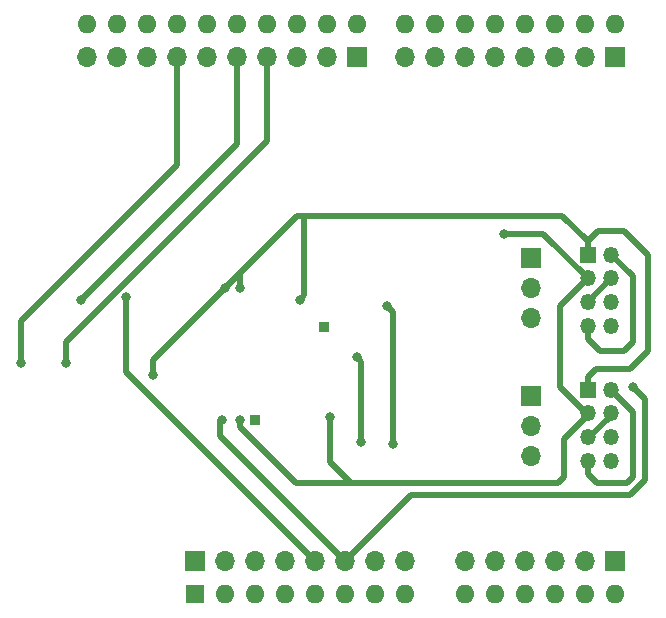
<source format=gbr>
G04 #@! TF.GenerationSoftware,KiCad,Pcbnew,(5.1.5)-3*
G04 #@! TF.CreationDate,2021-04-03T19:56:23-04:00*
G04 #@! TF.ProjectId,JoystickCtrlV2,4a6f7973-7469-4636-9b43-74726c56322e,rev?*
G04 #@! TF.SameCoordinates,Original*
G04 #@! TF.FileFunction,Copper,L2,Bot*
G04 #@! TF.FilePolarity,Positive*
%FSLAX46Y46*%
G04 Gerber Fmt 4.6, Leading zero omitted, Abs format (unit mm)*
G04 Created by KiCad (PCBNEW (5.1.5)-3) date 2021-04-03 19:56:23*
%MOMM*%
%LPD*%
G04 APERTURE LIST*
%ADD10O,1.350000X1.350000*%
%ADD11R,1.350000X1.350000*%
%ADD12O,1.700000X1.700000*%
%ADD13R,1.700000X1.700000*%
%ADD14R,0.850000X0.850000*%
%ADD15O,1.600000X1.600000*%
%ADD16R,1.600000X1.600000*%
%ADD17C,0.800000*%
%ADD18C,0.500000*%
G04 APERTURE END LIST*
D10*
X153384000Y-105314000D03*
X151384000Y-105314000D03*
X153384000Y-103314000D03*
X151384000Y-103314000D03*
X153384000Y-101314000D03*
X151384000Y-101314000D03*
X153384000Y-99314000D03*
D11*
X151384000Y-99314000D03*
D10*
X153384000Y-116744000D03*
X151384000Y-116744000D03*
X153384000Y-114744000D03*
X151384000Y-114744000D03*
X153384000Y-112744000D03*
X151384000Y-112744000D03*
X153384000Y-110744000D03*
D11*
X151384000Y-110744000D03*
D12*
X146558000Y-104648000D03*
X146558000Y-102108000D03*
D13*
X146558000Y-99568000D03*
D12*
X146558000Y-116332000D03*
X146558000Y-113792000D03*
D13*
X146558000Y-111252000D03*
D14*
X129032000Y-105410000D03*
X123190000Y-113284000D03*
D15*
X151130000Y-79756000D03*
X153670000Y-79756000D03*
X114050000Y-79756000D03*
X153670000Y-128016000D03*
X116590000Y-79756000D03*
X151130000Y-128016000D03*
X119130000Y-79756000D03*
X148590000Y-128016000D03*
X121670000Y-79756000D03*
X146050000Y-128016000D03*
X124210000Y-79756000D03*
X143510000Y-128016000D03*
X126750000Y-79756000D03*
X140970000Y-128016000D03*
X129290000Y-79756000D03*
X135890000Y-128016000D03*
X131830000Y-79756000D03*
X133350000Y-128016000D03*
X135890000Y-79756000D03*
X130810000Y-128016000D03*
X138430000Y-79756000D03*
X128270000Y-128016000D03*
X140970000Y-79756000D03*
X125730000Y-128016000D03*
X143510000Y-79756000D03*
X123190000Y-128016000D03*
X146050000Y-79756000D03*
X120650000Y-128016000D03*
X148590000Y-79756000D03*
D16*
X118110000Y-128016000D03*
D15*
X111510000Y-79756000D03*
X108970000Y-79756000D03*
D12*
X140970000Y-125222000D03*
X143510000Y-125222000D03*
X146050000Y-125222000D03*
X148590000Y-125222000D03*
X151130000Y-125222000D03*
D13*
X153670000Y-125222000D03*
D12*
X135890000Y-125222000D03*
X133350000Y-125222000D03*
X130810000Y-125222000D03*
X128270000Y-125222000D03*
X125730000Y-125222000D03*
X123190000Y-125222000D03*
X120650000Y-125222000D03*
D13*
X118110000Y-125222000D03*
D12*
X108966000Y-82550000D03*
X111506000Y-82550000D03*
X114046000Y-82550000D03*
X116586000Y-82550000D03*
X119126000Y-82550000D03*
X121666000Y-82550000D03*
X124206000Y-82550000D03*
X126746000Y-82550000D03*
X129286000Y-82550000D03*
D13*
X131826000Y-82550000D03*
D12*
X135890000Y-82550000D03*
X138430000Y-82550000D03*
X140970000Y-82550000D03*
X143510000Y-82550000D03*
X146050000Y-82550000D03*
X148590000Y-82550000D03*
X151130000Y-82550000D03*
D13*
X153670000Y-82550000D03*
D17*
X131826000Y-107950000D03*
X132225999Y-115170001D03*
X155194000Y-110490000D03*
X134366000Y-103632000D03*
X134874000Y-115316000D03*
X120396000Y-113284000D03*
X103378000Y-108458000D03*
X112268000Y-102870000D03*
X129540000Y-113030000D03*
X121920000Y-113284000D03*
X144272000Y-97536000D03*
X121920000Y-102108000D03*
X120650000Y-102108000D03*
X127000000Y-103124000D03*
X114554000Y-109474000D03*
X107188000Y-108458000D03*
X108458000Y-103124000D03*
D18*
X132225999Y-108349999D02*
X132225999Y-115170001D01*
X131826000Y-107950000D02*
X132225999Y-108349999D01*
X154940000Y-119634000D02*
X136398000Y-119634000D01*
X155194000Y-110490000D02*
X156210000Y-111506000D01*
X136398000Y-119634000D02*
X130810000Y-125222000D01*
X156210000Y-118364000D02*
X154940000Y-119634000D01*
X156210000Y-111506000D02*
X156210000Y-118364000D01*
X134366000Y-103632000D02*
X134874000Y-104140000D01*
X134874000Y-104140000D02*
X134874000Y-115316000D01*
X129960001Y-124372001D02*
X130810000Y-125222000D01*
X120250001Y-114662001D02*
X129960001Y-124372001D01*
X120396000Y-113284000D02*
X120250001Y-113429999D01*
X120250001Y-113429999D02*
X120250001Y-114662001D01*
X103378000Y-108458000D02*
X103378000Y-104902000D01*
X116586000Y-91694000D02*
X116586000Y-82550000D01*
X103378000Y-104902000D02*
X116586000Y-91694000D01*
X128270000Y-125222000D02*
X122428000Y-119380000D01*
X122428000Y-119380000D02*
X115570000Y-112522000D01*
X115570000Y-112522000D02*
X112268000Y-109220000D01*
X112268000Y-109220000D02*
X112268000Y-102870000D01*
X151384000Y-106426000D02*
X152400000Y-107442000D01*
X155194000Y-106680000D02*
X155194000Y-101124000D01*
X155194000Y-101124000D02*
X153384000Y-99314000D01*
X151384000Y-105314000D02*
X151384000Y-106426000D01*
X152400000Y-107442000D02*
X154432000Y-107442000D01*
X154432000Y-107442000D02*
X155194000Y-106680000D01*
X153384000Y-101314000D02*
X151384000Y-103314000D01*
X151384000Y-101314000D02*
X149066000Y-103632000D01*
X149066000Y-110490000D02*
X151416000Y-112840000D01*
X149066000Y-103632000D02*
X149066000Y-110490000D01*
X151416000Y-112840000D02*
X149352000Y-114904000D01*
X149352000Y-114904000D02*
X149352000Y-118110000D01*
X149352000Y-118110000D02*
X148844000Y-118618000D01*
X129540000Y-113030000D02*
X129540000Y-116840000D01*
X129540000Y-116840000D02*
X131318000Y-118618000D01*
X148844000Y-118618000D02*
X131318000Y-118618000D01*
X151384000Y-101314000D02*
X147606000Y-97536000D01*
X147606000Y-97536000D02*
X144272000Y-97536000D01*
X126688315Y-118618000D02*
X131318000Y-118618000D01*
X121920000Y-113849685D02*
X126688315Y-118618000D01*
X121920000Y-113284000D02*
X121920000Y-113849685D01*
X151416000Y-109665000D02*
X152115000Y-108966000D01*
X151416000Y-110840000D02*
X151416000Y-109665000D01*
X152115000Y-108966000D02*
X154940000Y-108966000D01*
X154940000Y-108966000D02*
X156464000Y-107442000D01*
X156464000Y-107442000D02*
X156464000Y-99314000D01*
X156464000Y-99314000D02*
X154432000Y-97282000D01*
X151384000Y-98139000D02*
X151384000Y-99314000D01*
X152241000Y-97282000D02*
X151384000Y-98139000D01*
X154432000Y-97282000D02*
X152241000Y-97282000D01*
X149257000Y-96012000D02*
X151384000Y-98139000D01*
X120650000Y-102108000D02*
X121920000Y-100838000D01*
X126746000Y-96012000D02*
X121920000Y-100838000D01*
X127254000Y-96012000D02*
X126746000Y-96012000D01*
X121920000Y-102108000D02*
X121920000Y-100838000D01*
X127000000Y-103124000D02*
X127399999Y-102724001D01*
X127399999Y-96120001D02*
X127508000Y-96012000D01*
X127254000Y-96012000D02*
X127508000Y-96012000D01*
X127399999Y-102724001D02*
X127399999Y-96120001D01*
X127508000Y-96012000D02*
X149257000Y-96012000D01*
X120650000Y-102108000D02*
X120250001Y-102507999D01*
X120250001Y-102507999D02*
X114554000Y-108204000D01*
X114554000Y-108204000D02*
X114554000Y-109474000D01*
X151416000Y-117888000D02*
X151416000Y-116840000D01*
X155194000Y-112618000D02*
X155194000Y-118110000D01*
X155194000Y-118110000D02*
X154686000Y-118618000D01*
X154686000Y-118618000D02*
X152146000Y-118618000D01*
X153416000Y-110840000D02*
X155194000Y-112618000D01*
X152146000Y-118618000D02*
X151416000Y-117888000D01*
X153416000Y-112840000D02*
X151416000Y-114840000D01*
X124206000Y-83752081D02*
X124206000Y-82550000D01*
X124206000Y-89673998D02*
X124206000Y-83752081D01*
X107188000Y-106691998D02*
X124206000Y-89673998D01*
X107188000Y-108458000D02*
X107188000Y-106691998D01*
X121666000Y-89916000D02*
X121666000Y-82550000D01*
X108458000Y-103124000D02*
X121666000Y-89916000D01*
M02*

</source>
